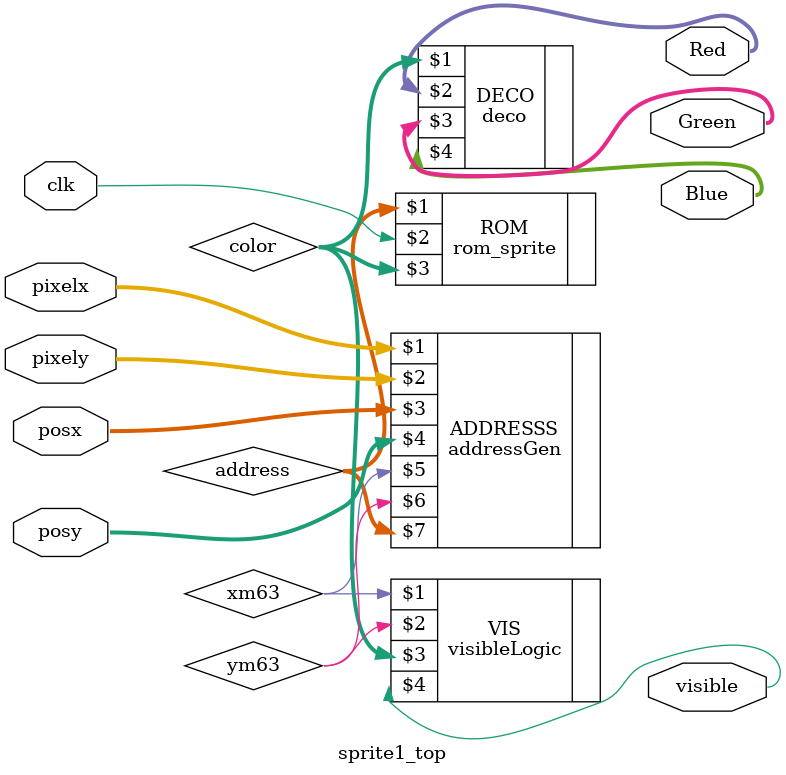
<source format=sv>
module sprite1_top(input clk, input [9:0] posx,
						posy, pixelx, pixely,
						output [7:0] Red, Green, Blue,
						output visible);
//ROM
logic [11:0] address;
logic [2:0] color;

rom_sprite  ROM (address, clk, color);	
//DECO
deco DECO (color, Red, Green, Blue);
logic xm63, ym63;
//ADDRESS GENERATION
addressGen ADDRESSS(pixelx, pixely,
            posx, posy, xm63, ym63, address);	
//VISIBLE LOGIC			
visibleLogic VIS (xm63, ym63, color, visible);						
endmodule

</source>
